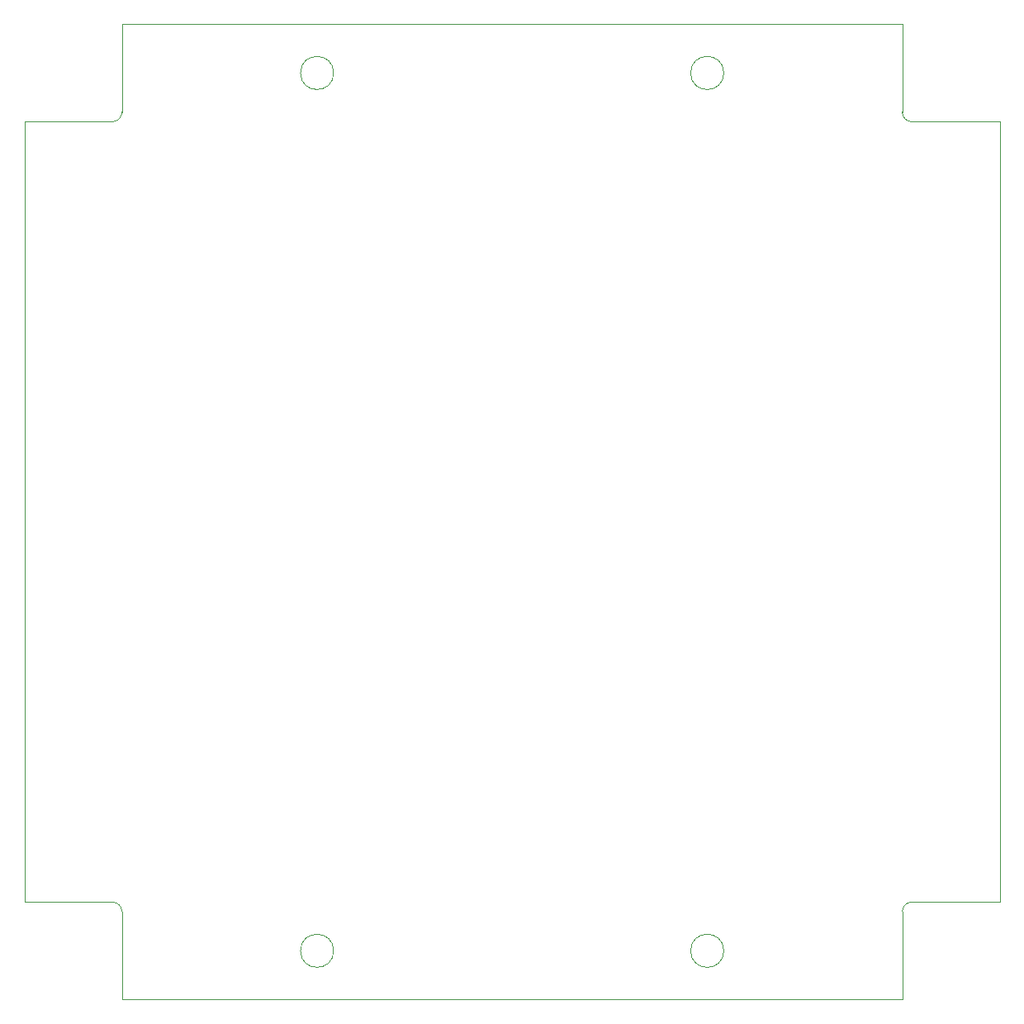
<source format=gm1>
G04*
G04 #@! TF.GenerationSoftware,Altium Limited,Altium Designer,22.1.2 (22)*
G04*
G04 Layer_Color=16711935*
%FSLAX25Y25*%
%MOIN*%
G70*
G04*
G04 #@! TF.SameCoordinates,A02CA134-AAF4-468B-A2AC-DD95B3683172*
G04*
G04*
G04 #@! TF.FilePolarity,Positive*
G04*
G01*
G75*
%ADD30C,0.00050*%
D30*
X35483Y353781D02*
G03*
X39420Y357718I0J3937D01*
G01*
Y34883D02*
G03*
X35483Y38820I-3937J0D01*
G01*
X358318D02*
G03*
X354381Y34883I0J-3937D01*
G01*
Y357718D02*
G03*
X358318Y353781I3937J0D01*
G01*
X124853Y373466D02*
G03*
X124853Y373466I-6693J0D01*
G01*
X282333D02*
G03*
X282333Y373466I-6693J0D01*
G01*
X124853Y19135D02*
G03*
X124853Y19135I-6693J0D01*
G01*
X282333D02*
G03*
X282333Y19135I-6693J0D01*
G01*
X39420Y393151D02*
X354381D01*
X393751Y38820D02*
Y353781D01*
X50Y38820D02*
Y353781D01*
X39420Y357718D02*
Y393151D01*
X50Y353781D02*
X35483D01*
X50Y38820D02*
X35483D01*
X39420Y-550D02*
Y34883D01*
Y-550D02*
X354381D01*
Y34883D01*
X358318Y38820D02*
X393751D01*
X358318Y353781D02*
X393751D01*
X354381Y357718D02*
Y393151D01*
M02*

</source>
